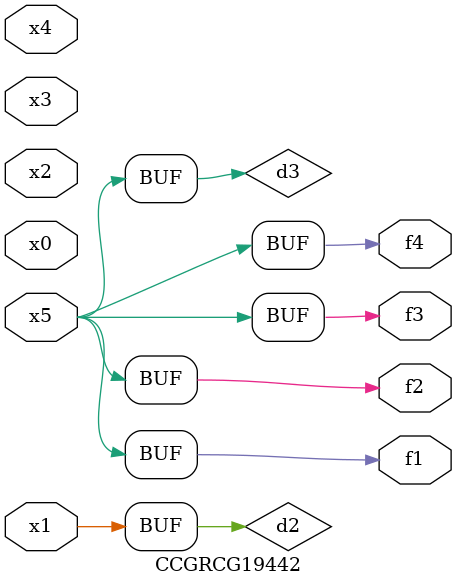
<source format=v>
module CCGRCG19442(
	input x0, x1, x2, x3, x4, x5,
	output f1, f2, f3, f4
);

	wire d1, d2, d3;

	not (d1, x5);
	or (d2, x1);
	xnor (d3, d1);
	assign f1 = d3;
	assign f2 = d3;
	assign f3 = d3;
	assign f4 = d3;
endmodule

</source>
